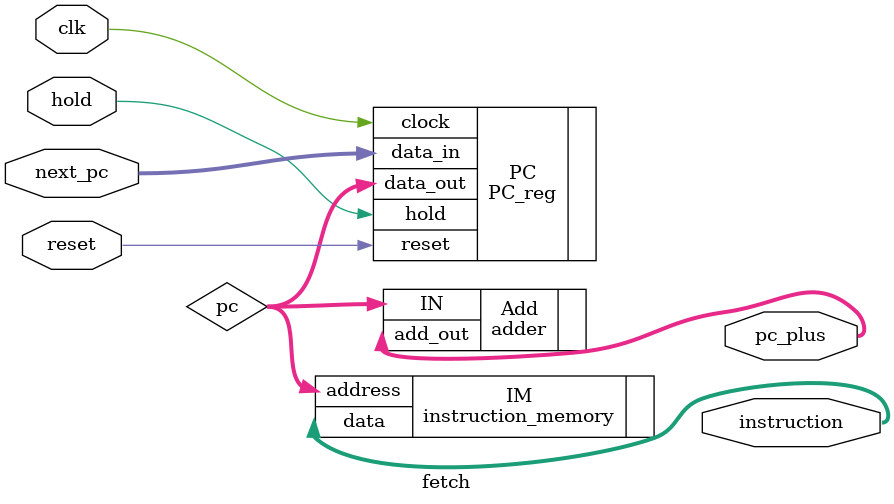
<source format=v>
module fetch (
input clk,reset,hold,
input [7:0] next_pc,
output [31:0] pc_plus,
output [31:0] instruction

);

wire [7:0] pc;


instruction_memory IM(
	.address(pc),
	.data(instruction));

PC_reg PC(
    .clock(clk),     
    .reset(reset),     
	 .hold(hold),
    .data_in(next_pc), 
    .data_out(pc));
	 

adder Add(
	.IN(pc),
	.add_out(pc_plus));
	
endmodule


</source>
